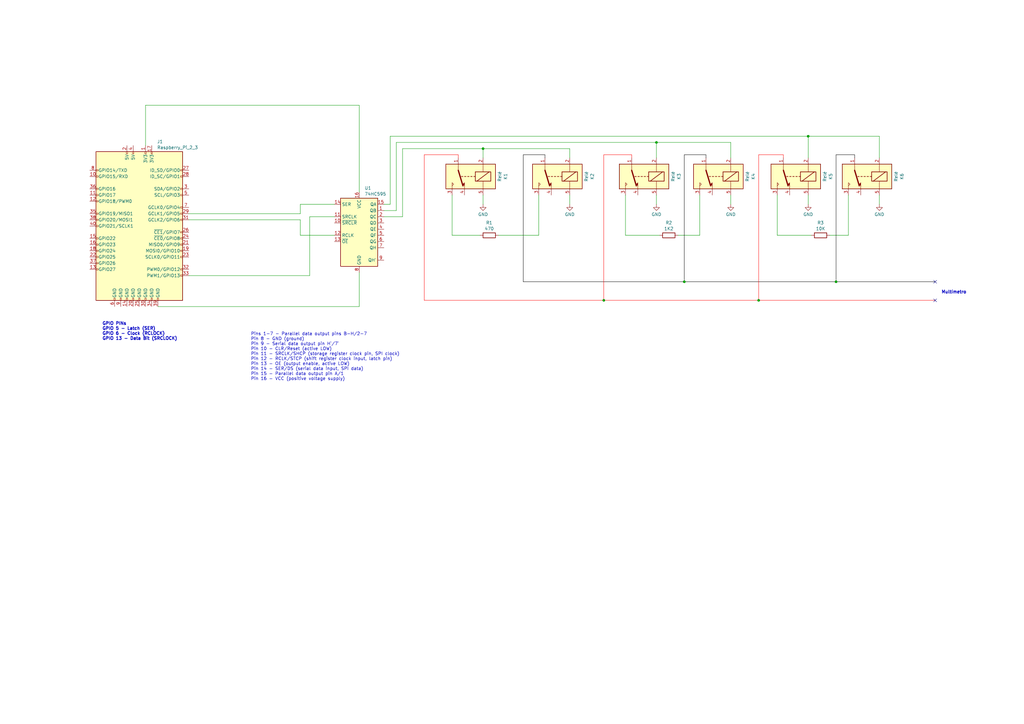
<source format=kicad_sch>
(kicad_sch (version 20230121) (generator eeschema)
  (paper "A3")
  (lib_symbols
    (symbol "74xx:74HC595"
      (property "Reference" "U" (at -7.62 13.97 0))
      (property "Value" "74HC595" (at -7.62 -16.51 0))
      (symbol "74HC595_1_0"
        (pin tri_state line (at 10.16 7.62 180) (length 2.54) (name "QB") (number "1"))
        (pin input line (at -10.16 2.54 0) (length 2.54) (name "~{SRCLR}") (number "10"))
        (pin input line (at -10.16 5.08 0) (length 2.54) (name "SRCLK") (number "11"))
        (pin input line (at -10.16 -2.54 0) (length 2.54) (name "RCLK") (number "12"))
        (pin input line (at -10.16 -5.08 0) (length 2.54) (name "~{OE}") (number "13"))
        (pin input line (at -10.16 10.16 0) (length 2.54) (name "SER") (number "14"))
        (pin tri_state line (at 10.16 10.16 180) (length 2.54) (name "QA") (number "15"))
        (pin power_in line (at 0 15.24 270) (length 2.54) (name "VCC") (number "16"))
        (pin tri_state line (at 10.16 5.08 180) (length 2.54) (name "QC") (number "2"))
        (pin tri_state line (at 10.16 2.54 180) (length 2.54) (name "QD") (number "3"))
        (pin tri_state line (at 10.16 0 180) (length 2.54) (name "QE") (number "4"))
        (pin tri_state line (at 10.16 -2.54 180) (length 2.54) (name "QF") (number "5"))
        (pin tri_state line (at 10.16 -5.08 180) (length 2.54) (name "QG") (number "6"))
        (pin tri_state line (at 10.16 -7.62 180) (length 2.54) (name "QH") (number "7"))
        (pin power_in line (at 0 -17.78 90) (length 2.54) (name "GND") (number "8"))
        (pin output line (at 10.16 -12.7 180) (length 2.54) (name "QH'") (number "9"))
      )
      (symbol "74HC595_1_1"
        (rectangle (start -7.62 12.7) (end 7.62 -15.24) (stroke (width 0.254)) (fill (type background)))
      )
    )
    (symbol "Connector:Raspberry_Pi_2_3" (pin_names (offset 1.016))
      (property "Reference" "J" (at -17.78 31.75 0))
      (property "Value" "Raspberry_Pi_2_3" (at 10.16 -31.75 0))
      (symbol "Raspberry_Pi_2_3_0_1"
        (rectangle (start -17.78 30.48) (end 17.78 -30.48) (stroke (width 0.254)) (fill (type background)))
      )
      (symbol "Raspberry_Pi_2_3_1_1"
        (rectangle (start -16.891 -17.526) (end -17.78 -18.034))
        (rectangle (start -16.891 -14.986) (end -17.78 -15.494))
        (rectangle (start -16.891 -12.446) (end -17.78 -12.954))
        (rectangle (start -16.891 -9.906) (end -17.78 -10.414))
        (rectangle (start -16.891 -7.366) (end -17.78 -7.874))
        (rectangle (start -16.891 -4.826) (end -17.78 -5.334))
        (rectangle (start -16.891 0.254) (end -17.78 -0.254))
        (rectangle (start -16.891 2.794) (end -17.78 2.286))
        (rectangle (start -16.891 5.334) (end -17.78 4.826))
        (rectangle (start -16.891 10.414) (end -17.78 9.906))
        (rectangle (start -16.891 12.954) (end -17.78 12.446))
        (rectangle (start -16.891 15.494) (end -17.78 14.986))
        (rectangle (start -16.891 20.574) (end -17.78 20.066))
        (rectangle (start -16.891 23.114) (end -17.78 22.606))
        (rectangle (start -10.414 -29.591) (end -9.906 -30.48))
        (rectangle (start -7.874 -29.591) (end -7.366 -30.48))
        (rectangle (start -5.334 -29.591) (end -4.826 -30.48))
        (rectangle (start -5.334 30.48) (end -4.826 29.591))
        (rectangle (start -2.794 -29.591) (end -2.286 -30.48))
        (rectangle (start -2.794 30.48) (end -2.286 29.591))
        (rectangle (start -0.254 -29.591) (end 0.254 -30.48))
        (rectangle (start 2.286 -29.591) (end 2.794 -30.48))
        (rectangle (start 2.286 30.48) (end 2.794 29.591))
        (rectangle (start 4.826 -29.591) (end 5.334 -30.48))
        (rectangle (start 4.826 30.48) (end 5.334 29.591))
        (rectangle (start 7.366 -29.591) (end 7.874 -30.48))
        (rectangle (start 17.78 -20.066) (end 16.891 -20.574))
        (rectangle (start 17.78 -17.526) (end 16.891 -18.034))
        (rectangle (start 17.78 -12.446) (end 16.891 -12.954))
        (rectangle (start 17.78 -9.906) (end 16.891 -10.414))
        (rectangle (start 17.78 -7.366) (end 16.891 -7.874))
        (rectangle (start 17.78 -4.826) (end 16.891 -5.334))
        (rectangle (start 17.78 -2.286) (end 16.891 -2.794))
        (rectangle (start 17.78 2.794) (end 16.891 2.286))
        (rectangle (start 17.78 5.334) (end 16.891 4.826))
        (rectangle (start 17.78 7.874) (end 16.891 7.366))
        (rectangle (start 17.78 12.954) (end 16.891 12.446))
        (rectangle (start 17.78 15.494) (end 16.891 14.986))
        (rectangle (start 17.78 20.574) (end 16.891 20.066))
        (rectangle (start 17.78 23.114) (end 16.891 22.606))
        (pin power_in line (at 2.54 33.02 270) (length 2.54) (name "3V3") (number "1"))
        (pin bidirectional line (at -20.32 20.32 0) (length 2.54) (name "GPIO15/RXD") (number "10"))
        (pin bidirectional line (at -20.32 12.7 0) (length 2.54) (name "GPIO17") (number "11"))
        (pin bidirectional line (at -20.32 10.16 0) (length 2.54) (name "GPIO18/PWM0") (number "12"))
        (pin bidirectional line (at -20.32 -17.78 0) (length 2.54) (name "GPIO27") (number "13"))
        (pin power_in line (at -5.08 -33.02 90) (length 2.54) (name "GND") (number "14"))
        (pin bidirectional line (at -20.32 -5.08 0) (length 2.54) (name "GPIO22") (number "15"))
        (pin bidirectional line (at -20.32 -7.62 0) (length 2.54) (name "GPIO23") (number "16"))
        (pin power_in line (at 5.08 33.02 270) (length 2.54) (name "3V3") (number "17"))
        (pin bidirectional line (at -20.32 -10.16 0) (length 2.54) (name "GPIO24") (number "18"))
        (pin bidirectional line (at 20.32 -10.16 180) (length 2.54) (name "MOSI0/GPIO10") (number "19"))
        (pin power_in line (at -5.08 33.02 270) (length 2.54) (name "5V") (number "2"))
        (pin power_in line (at -2.54 -33.02 90) (length 2.54) (name "GND") (number "20"))
        (pin bidirectional line (at 20.32 -7.62 180) (length 2.54) (name "MISO0/GPIO9") (number "21"))
        (pin bidirectional line (at -20.32 -12.7 0) (length 2.54) (name "GPIO25") (number "22"))
        (pin bidirectional line (at 20.32 -12.7 180) (length 2.54) (name "SCLK0/GPIO11") (number "23"))
        (pin bidirectional line (at 20.32 -5.08 180) (length 2.54) (name "~{CE0}/GPIO8") (number "24"))
        (pin power_in line (at 0 -33.02 90) (length 2.54) (name "GND") (number "25"))
        (pin bidirectional line (at 20.32 -2.54 180) (length 2.54) (name "~{CE1}/GPIO7") (number "26"))
        (pin bidirectional line (at 20.32 22.86 180) (length 2.54) (name "ID_SD/GPIO0") (number "27"))
        (pin bidirectional line (at 20.32 20.32 180) (length 2.54) (name "ID_SC/GPIO1") (number "28"))
        (pin bidirectional line (at 20.32 5.08 180) (length 2.54) (name "GCLK1/GPIO5") (number "29"))
        (pin bidirectional line (at 20.32 15.24 180) (length 2.54) (name "SDA/GPIO2") (number "3"))
        (pin power_in line (at 2.54 -33.02 90) (length 2.54) (name "GND") (number "30"))
        (pin bidirectional line (at 20.32 2.54 180) (length 2.54) (name "GCLK2/GPIO6") (number "31"))
        (pin bidirectional line (at 20.32 -17.78 180) (length 2.54) (name "PWM0/GPIO12") (number "32"))
        (pin bidirectional line (at 20.32 -20.32 180) (length 2.54) (name "PWM1/GPIO13") (number "33"))
        (pin power_in line (at 5.08 -33.02 90) (length 2.54) (name "GND") (number "34"))
        (pin bidirectional line (at -20.32 5.08 0) (length 2.54) (name "GPIO19/MISO1") (number "35"))
        (pin bidirectional line (at -20.32 15.24 0) (length 2.54) (name "GPIO16") (number "36"))
        (pin bidirectional line (at -20.32 -15.24 0) (length 2.54) (name "GPIO26") (number "37"))
        (pin bidirectional line (at -20.32 2.54 0) (length 2.54) (name "GPIO20/MOSI1") (number "38"))
        (pin power_in line (at 7.62 -33.02 90) (length 2.54) (name "GND") (number "39"))
        (pin power_in line (at -2.54 33.02 270) (length 2.54) (name "5V") (number "4"))
        (pin bidirectional line (at -20.32 0 0) (length 2.54) (name "GPIO21/SCLK1") (number "40"))
        (pin bidirectional line (at 20.32 12.7 180) (length 2.54) (name "SCL/GPIO3") (number "5"))
        (pin power_in line (at -10.16 -33.02 90) (length 2.54) (name "GND") (number "6"))
        (pin bidirectional line (at 20.32 7.62 180) (length 2.54) (name "GCLK0/GPIO4") (number "7"))
        (pin bidirectional line (at -20.32 22.86 0) (length 2.54) (name "GPIO14/TXD") (number "8"))
        (pin power_in line (at -7.62 -33.02 90) (length 2.54) (name "GND") (number "9"))
      )
    )
    (symbol "Device:R" (pin_numbers hide) (pin_names (offset 0))
      (property "Reference" "R" (at 2.032 0 90))
      (property "Value" "R" (at 0 0 90))
      (symbol "R_0_1"
        (rectangle (start -1.016 -2.54) (end 1.016 2.54) (stroke (width 0.254)))
      )
      (symbol "R_1_1"
        (pin passive line (at 0 3.81 270) (length 1.27) (name "~") (number "1"))
        (pin passive line (at 0 -3.81 90) (length 1.27) (name "~") (number "2"))
      )
    )
    (symbol "Relay:SANYOU_SRD_Form_C"
      (property "Reference" "K" (at 11.43 3.81 0))
      (property "Value" "SANYOU_SRD_Form_C" (at 11.43 1.27 0))
      (symbol "SANYOU_SRD_Form_C_0_0"
        (polyline (pts (xy 7.62 5.08) (xy 7.62 2.54) (xy 6.985 3.175) (xy 7.62 3.81)))
      )
      (symbol "SANYOU_SRD_Form_C_0_1"
        (rectangle (start -10.16 5.08) (end 10.16 -5.08) (stroke (width 0.254)) (fill (type background)))
        (rectangle (start -8.255 1.905) (end -1.905 -1.905) (stroke (width 0.254)))
        (polyline (pts (xy -7.62 -1.905) (xy -2.54 1.905)) (stroke (width 0.254)))
        (polyline (pts (xy -5.08 -5.08) (xy -5.08 -1.905)))
        (polyline (pts (xy -5.08 5.08) (xy -5.08 1.905)))
        (polyline (pts (xy -1.905 0) (xy -1.27 0)) (stroke (width 0.254)))
        (polyline (pts (xy -0.635 0) (xy 0 0)) (stroke (width 0.254)))
        (polyline (pts (xy 0.635 0) (xy 1.27 0)) (stroke (width 0.254)))
        (polyline (pts (xy 1.905 0) (xy 2.54 0)) (stroke (width 0.254)))
        (polyline (pts (xy 3.175 0) (xy 3.81 0)) (stroke (width 0.254)))
        (polyline (pts (xy 5.08 -2.54) (xy 3.175 3.81)) (stroke (width 0.508)))
        (polyline (pts (xy 5.08 -2.54) (xy 5.08 -5.08)))
      )
      (symbol "SANYOU_SRD_Form_C_1_1"
        (polyline (pts (xy 2.54 3.81) (xy 3.175 3.175) (xy 2.54 2.54) (xy 2.54 5.08)) (fill (type outline)))
        (pin passive line (at 5.08 -7.62 90) (length 2.54) (name "~") (number "1"))
        (pin passive line (at -5.08 -7.62 90) (length 2.54) (name "~") (number "2"))
        (pin passive line (at 7.62 7.62 270) (length 2.54) (name "~") (number "3"))
        (pin passive line (at 2.54 7.62 270) (length 2.54) (name "~") (number "4"))
        (pin passive line (at -5.08 7.62 270) (length 2.54) (name "~") (number "5"))
      )
    )
    (symbol "power:GND" (power) (pin_names (offset 0))
      (property "Value" "GND" (at 0 -3.81 0))
      (symbol "GND_0_1"
        (polyline (pts (xy 0 0) (xy 0 -1.27) (xy 1.27 -1.27) (xy 0 -2.54) (xy -1.27 -1.27) (xy 0 -1.27)))
      )
      (symbol "GND_1_1"
        (pin power_in line (at 0 0 270) (length 0) hide (name "GND") (number "1"))
      )
    )
  )
  (junction (at 269.24 58.42))
  (junction (at 280.67 115.57))
  (junction (at 331.47 55.88))
  (junction (at 198.12 60.96))
  (junction (at 247.65 123.19))
  (junction (at 342.9 115.57))
  (junction (at 311.15 123.19))
  (no_connect (at 383.54 123.19))
  (no_connect (at 383.54 115.57))
  (wire (pts (xy 157.48 83.82) (xy 160.02 83.82)))
  (wire (pts (xy 311.15 63.5) (xy 311.15 123.19)) (stroke (width 0) (color 255 0 0 1)))
  (wire (pts (xy 289.56 64.77) (xy 289.56 63.5)) (stroke (width 0) (color 0 0 0 1)))
  (wire (pts (xy 311.15 123.19) (xy 383.54 123.19)) (stroke (width 0) (color 255 0 0 1)))
  (wire (pts (xy 223.52 64.77) (xy 223.52 63.5)) (stroke (width 0) (color 0 0 0 1)))
  (wire (pts (xy 340.36 96.52) (xy 347.98 96.52)))
  (wire (pts (xy 162.56 58.42) (xy 269.24 58.42)))
  (wire (pts (xy 223.52 63.5) (xy 214.63 63.5)) (stroke (width 0) (color 0 0 0 1)))
  (wire (pts (xy 269.24 80.01) (xy 269.24 83.82)))
  (wire (pts (xy 233.68 64.77) (xy 233.68 60.96)))
  (wire (pts (xy 299.72 80.01) (xy 299.72 83.82)))
  (wire (pts (xy 173.99 63.5) (xy 187.96 63.5)) (stroke (width 0) (color 255 0 0 1)))
  (wire (pts (xy 256.54 80.01) (xy 256.54 96.52)))
  (wire (pts (xy 59.69 43.18) (xy 59.69 59.69)))
  (wire (pts (xy 77.47 90.17) (xy 123.19 90.17)))
  (wire (pts (xy 259.08 64.77) (xy 259.08 63.5)) (stroke (width 0) (color 255 0 0 1)))
  (wire (pts (xy 173.99 63.5) (xy 173.99 123.19)) (stroke (width 0) (color 255 0 0 1)))
  (wire (pts (xy 256.54 96.52) (xy 270.51 96.52)))
  (wire (pts (xy 123.19 83.82) (xy 137.16 83.82)))
  (wire (pts (xy 360.68 55.88) (xy 331.47 55.88)))
  (wire (pts (xy 321.31 64.77) (xy 321.31 63.5)) (stroke (width 0) (color 255 0 0 1)))
  (wire (pts (xy 220.98 80.01) (xy 220.98 96.52)))
  (wire (pts (xy 214.63 63.5) (xy 214.63 115.57)) (stroke (width 0) (color 0 0 0 1)))
  (wire (pts (xy 269.24 58.42) (xy 299.72 58.42)))
  (wire (pts (xy 64.77 125.73) (xy 147.32 125.73)))
  (wire (pts (xy 173.99 123.19) (xy 247.65 123.19)) (stroke (width 0) (color 255 0 0 1)))
  (wire (pts (xy 331.47 55.88) (xy 331.47 64.77)))
  (wire (pts (xy 347.98 80.01) (xy 347.98 96.52)))
  (wire (pts (xy 247.65 63.5) (xy 247.65 123.19)) (stroke (width 0) (color 255 0 0 1)))
  (wire (pts (xy 147.32 43.18) (xy 147.32 78.74)))
  (wire (pts (xy 198.12 60.96) (xy 198.12 64.77)))
  (wire (pts (xy 187.96 63.5) (xy 187.96 64.77)) (stroke (width 0) (color 255 0 0 1)))
  (wire (pts (xy 157.48 88.9) (xy 165.1 88.9)))
  (wire (pts (xy 269.24 58.42) (xy 269.24 64.77)))
  (wire (pts (xy 342.9 63.5) (xy 342.9 115.57)) (stroke (width 0) (color 0 0 0 1)))
  (wire (pts (xy 360.68 80.01) (xy 360.68 83.82)))
  (wire (pts (xy 321.31 63.5) (xy 311.15 63.5)) (stroke (width 0) (color 255 0 0 1)))
  (wire (pts (xy 77.47 113.03) (xy 127 113.03)))
  (wire (pts (xy 123.19 87.63) (xy 123.19 83.82)))
  (wire (pts (xy 157.48 86.36) (xy 162.56 86.36)))
  (wire (pts (xy 160.02 55.88) (xy 331.47 55.88)))
  (wire (pts (xy 350.52 63.5) (xy 342.9 63.5)) (stroke (width 0) (color 0 0 0 1)))
  (wire (pts (xy 165.1 88.9) (xy 165.1 60.96)))
  (wire (pts (xy 233.68 60.96) (xy 198.12 60.96)))
  (wire (pts (xy 287.02 80.01) (xy 287.02 96.52)))
  (wire (pts (xy 147.32 125.73) (xy 147.32 111.76)))
  (wire (pts (xy 342.9 115.57) (xy 383.54 115.57)) (stroke (width 0) (color 0 0 0 1)))
  (wire (pts (xy 318.77 96.52) (xy 332.74 96.52)))
  (wire (pts (xy 123.19 96.52) (xy 137.16 96.52)))
  (wire (pts (xy 259.08 63.5) (xy 247.65 63.5)) (stroke (width 0) (color 255 0 0 1)))
  (wire (pts (xy 127 113.03) (xy 127 88.9)))
  (wire (pts (xy 360.68 64.77) (xy 360.68 55.88)))
  (wire (pts (xy 318.77 80.01) (xy 318.77 96.52)))
  (wire (pts (xy 287.02 96.52) (xy 278.13 96.52)))
  (wire (pts (xy 185.42 96.52) (xy 196.85 96.52)))
  (wire (pts (xy 160.02 83.82) (xy 160.02 55.88)))
  (wire (pts (xy 162.56 86.36) (xy 162.56 58.42)))
  (wire (pts (xy 214.63 115.57) (xy 280.67 115.57)) (stroke (width 0) (color 0 0 0 1)))
  (wire (pts (xy 233.68 80.01) (xy 233.68 83.82)))
  (wire (pts (xy 198.12 80.01) (xy 198.12 83.82)))
  (wire (pts (xy 299.72 64.77) (xy 299.72 58.42)))
  (wire (pts (xy 59.69 43.18) (xy 147.32 43.18)))
  (wire (pts (xy 331.47 80.01) (xy 331.47 83.82)))
  (wire (pts (xy 185.42 80.01) (xy 185.42 96.52)))
  (wire (pts (xy 280.67 115.57) (xy 342.9 115.57)) (stroke (width 0) (color 0 0 0 1)))
  (wire (pts (xy 77.47 87.63) (xy 123.19 87.63)))
  (wire (pts (xy 123.19 90.17) (xy 123.19 96.52)))
  (wire (pts (xy 350.52 63.5) (xy 350.52 64.77)) (stroke (width 0) (color 0 0 0 1)))
  (wire (pts (xy 220.98 96.52) (xy 204.47 96.52)))
  (wire (pts (xy 280.67 63.5) (xy 280.67 115.57)) (stroke (width 0) (color 0 0 0 1)))
  (wire (pts (xy 247.65 123.19) (xy 311.15 123.19)) (stroke (width 0) (color 255 0 0 1)))
  (wire (pts (xy 127 88.9) (xy 137.16 88.9)))
  (wire (pts (xy 289.56 63.5) (xy 280.67 63.5)) (stroke (width 0) (color 0 0 0 1)))
  (wire (pts (xy 165.1 60.96) (xy 198.12 60.96)))
  (text "Multímetro" (at 386.08 120.65 0) (effects (font (size 1.27 1.27) bold) (justify left bottom)))
  (text "Pins 1-7 - Parallel data output pins B-H/2-7\nPin 8 - GND (ground)\nPin 9 - Serial data output pin H`/7`\nPin 10 - CLR/Reset (active LOW)\nPin 11 - SRCLK/SHCP (storage register clock pin, SPI clock)\nPin 12 - RCLK/STCP (shift register clock input, latch pin)\nPin 13 - OE (output enable, active LOW)\nPin 14 - SER/DS (serial data input, SPI data)\nPin 15 - Parallel data output pin A/1\nPin 16 - VCC (positive voltage supply)" (at 102.87 156.21 0) (effects (font (size 1.27 1.27)) (justify left bottom)))
  (text "GPIO PINs\nGPIO 5 - Latch (SER)\nGPIO 6 - Clock (RCLOCK)\nGPIO 13 - Data Bit (SRCLOCK)" (at 41.91 139.7 0) (effects (font (size 1.27 1.27) bold) (justify left bottom)))
  (symbol (lib_id "Relay:SANYOU_SRD_Form_C") (at 355.6 72.39 180) (unit 1)
    (property "Reference" "K6" (at 369.9043 72.39 90))
    (property "Value" "Relé" (at 367.4801 72.39 90))
    (property "Footprint" "Relay_THT:Relay_SPDT_SANYOU_SRD_Series_Form_C" (effects hide))
    (property "Datasheet" "http://www.sanyourelay.ca/public/products/pdf/SRD.pdf" (effects hide))
  )
  (symbol (lib_id "74xx:74HC595") (at 147.32 93.98 0) (unit 1)
    (property "Reference" "U1" (at 149.5141 77.1357 0) (effects (justify left)))
    (property "Value" "74HC595" (at 149.5141 79.5599 0) (effects (justify left)))
    (property "Footprint" "Package_SO:SSOP-16_5.3x6.2mm_P0.65mm" (effects hide))
    (property "Datasheet" "http://www.ti.com/lit/ds/symlink/sn74hc595.pdf" (effects hide))
  )
  (symbol (lib_id "power:GND") (at 269.24 83.82 0) (unit 1)
    (property "Reference" "#PWR03" (effects hide))
    (property "Value" "GND" (at 269.24 87.9531 0))
  )
  (symbol (lib_id "Relay:SANYOU_SRD_Form_C") (at 264.16 72.39 180) (unit 1)
    (property "Reference" "K3" (at 278.4643 72.39 90))
    (property "Value" "Relé" (at 276.0401 72.39 90))
    (property "Footprint" "Relay_THT:Relay_SPDT_SANYOU_SRD_Series_Form_C" (effects hide))
    (property "Datasheet" "http://www.sanyourelay.ca/public/products/pdf/SRD.pdf" (effects hide))
  )
  (symbol (lib_id "Device:R") (at 274.32 96.52 90) (unit 1)
    (property "Reference" "R2" (at 274.32 91.3597 90))
    (property "Value" "1K2" (at 274.32 93.7839 90))
  )
  (symbol (lib_id "power:GND") (at 331.47 83.82 0) (unit 1)
    (property "Reference" "#PWR05" (effects hide))
    (property "Value" "GND" (at 331.47 87.9531 0))
  )
  (symbol (lib_id "Device:R") (at 200.66 96.52 270) (unit 1)
    (property "Reference" "R1" (at 200.66 91.3597 90))
    (property "Value" "470" (at 200.66 93.7839 90))
  )
  (symbol (lib_id "power:GND") (at 299.72 83.82 0) (unit 1)
    (property "Reference" "#PWR04" (effects hide))
    (property "Value" "GND" (at 299.72 87.9531 0))
  )
  (symbol (lib_id "Connector:Raspberry_Pi_2_3") (at 57.15 92.71 0) (unit 1)
    (property "Reference" "J1" (at 64.4241 58.0857 0) (effects (justify left)))
    (property "Value" "Raspberry_Pi_2_3" (at 64.4241 60.5099 0) (effects (justify left)))
    (property "Datasheet" "https://www.raspberrypi.org/documentation/hardware/raspberrypi/schematics/rpi_SCH_3bplus_1p0_reduced.pdf" (effects hide))
  )
  (symbol (lib_id "power:GND") (at 360.68 83.82 0) (unit 1)
    (property "Reference" "#PWR06" (effects hide))
    (property "Value" "GND" (at 360.68 87.9531 0))
  )
  (symbol (lib_id "Relay:SANYOU_SRD_Form_C") (at 228.6 72.39 180) (unit 1)
    (property "Reference" "K2" (at 242.9043 72.39 90))
    (property "Value" "Relé" (at 240.4801 72.39 90))
    (property "Footprint" "Relay_THT:Relay_SPDT_SANYOU_SRD_Series_Form_C" (effects hide))
    (property "Datasheet" "http://www.sanyourelay.ca/public/products/pdf/SRD.pdf" (effects hide))
  )
  (symbol (lib_id "Relay:SANYOU_SRD_Form_C") (at 294.64 72.39 180) (unit 1)
    (property "Reference" "K4" (at 308.9443 72.39 90))
    (property "Value" "Relé" (at 306.5201 72.39 90))
    (property "Footprint" "Relay_THT:Relay_SPDT_SANYOU_SRD_Series_Form_C" (effects hide))
    (property "Datasheet" "http://www.sanyourelay.ca/public/products/pdf/SRD.pdf" (effects hide))
  )
  (symbol (lib_id "Device:R") (at 336.55 96.52 90) (unit 1)
    (property "Reference" "R3" (at 336.55 91.3597 90))
    (property "Value" "10K" (at 336.55 93.7839 90))
  )
  (symbol (lib_id "Relay:SANYOU_SRD_Form_C") (at 326.39 72.39 180) (unit 1)
    (property "Reference" "K5" (at 340.6943 72.39 90))
    (property "Value" "Relé" (at 338.2701 72.39 90))
    (property "Footprint" "Relay_THT:Relay_SPDT_SANYOU_SRD_Series_Form_C" (effects hide))
    (property "Datasheet" "http://www.sanyourelay.ca/public/products/pdf/SRD.pdf" (effects hide))
  )
  (symbol (lib_id "Relay:SANYOU_SRD_Form_C") (at 193.04 72.39 180) (unit 1)
    (property "Reference" "K1" (at 207.3443 72.39 90))
    (property "Value" "Relé" (at 204.9201 72.39 90))
    (property "Footprint" "Relay_THT:Relay_SPDT_SANYOU_SRD_Series_Form_C" (effects hide))
    (property "Datasheet" "http://www.sanyourelay.ca/public/products/pdf/SRD.pdf" (effects hide))
  )
  (symbol (lib_id "power:GND") (at 233.68 83.82 0) (unit 1)
    (property "Reference" "#PWR02" (effects hide))
    (property "Value" "GND" (at 233.68 87.9531 0))
  )
  (symbol (lib_id "power:GND") (at 198.12 83.82 0) (unit 1)
    (property "Reference" "#PWR01" (effects hide))
    (property "Value" "GND" (at 198.12 87.9531 0))
  )
)
</source>
